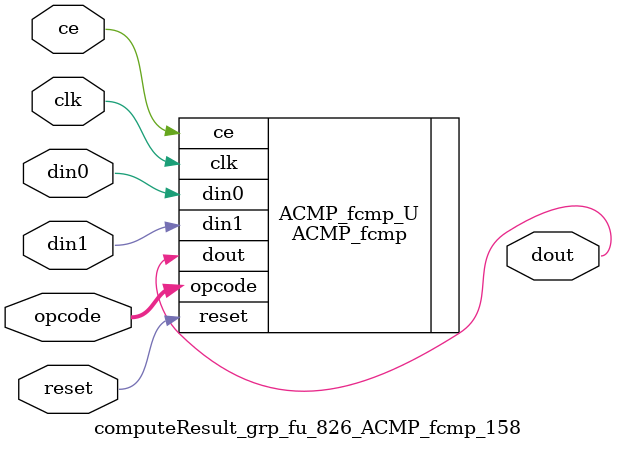
<source format=v>

`timescale 1 ns / 1 ps
module computeResult_grp_fu_826_ACMP_fcmp_158(
    clk,
    reset,
    ce,
    din0,
    din1,
    opcode,
    dout);

parameter ID = 32'd1;
parameter NUM_STAGE = 32'd1;
parameter din0_WIDTH = 32'd1;
parameter din1_WIDTH = 32'd1;
parameter dout_WIDTH = 32'd1;
input clk;
input reset;
input ce;
input[din0_WIDTH - 1:0] din0;
input[din1_WIDTH - 1:0] din1;
input[5 - 1:0] opcode;
output[dout_WIDTH - 1:0] dout;



ACMP_fcmp #(
.ID( ID ),
.NUM_STAGE( 3 ),
.din0_WIDTH( din0_WIDTH ),
.din1_WIDTH( din1_WIDTH ),
.dout_WIDTH( dout_WIDTH ))
ACMP_fcmp_U(
    .clk( clk ),
    .reset( reset ),
    .ce( ce ),
    .din0( din0 ),
    .din1( din1 ),
    .dout( dout ),
    .opcode( opcode ));

endmodule

</source>
